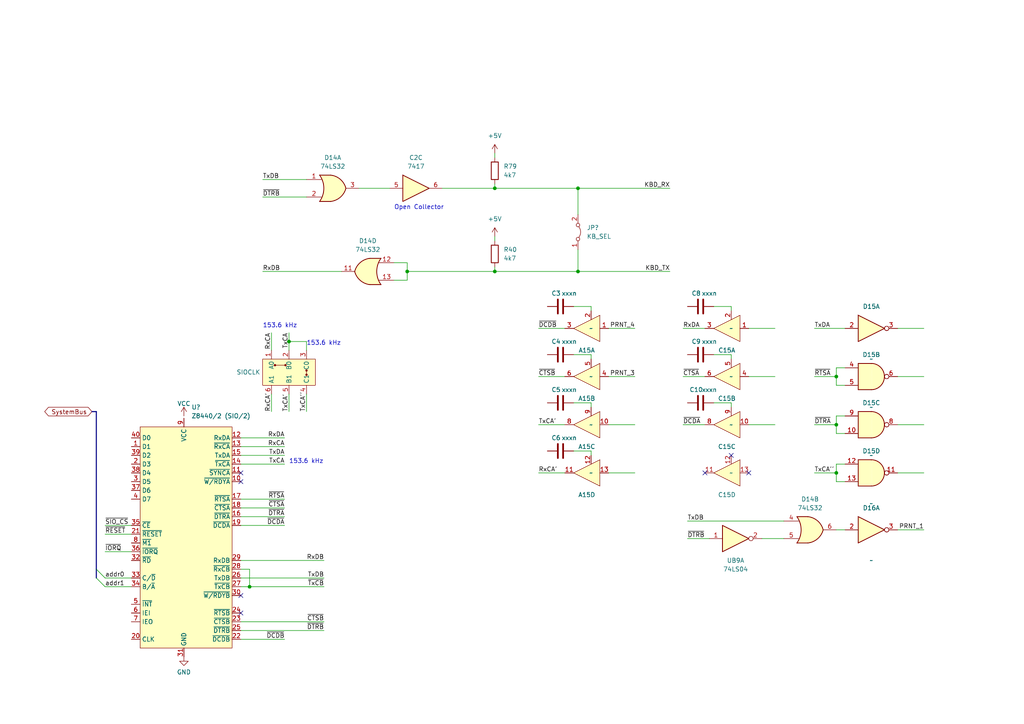
<source format=kicad_sch>
(kicad_sch (version 20230121) (generator eeschema)
  (paper "A4")
  (title_block (title "FPX-290") (rev "05") (company "Logic Systems Int'l Inc") (comment 1 "Serial IO module") (comment 2 "Keyboard, RS-232 compliant port, PRNT port"))
  (lib_symbols
    (symbol "74xx:74LS04"
      (property "Reference" "U" (at 0 1.27 0))
      (property "Value" "74LS04" (at 0 -1.27 0))
      (symbol "74LS04_1_0"
        (polyline (pts (xy -3.81 3.81) (xy -3.81 -3.81) (xy 3.81 0) (xy -3.81 3.81)) (stroke (width 0.254)) (fill (type background)))
        (pin input line (at -7.62 0 0) (length 3.81) (name "~") (number "1"))
        (pin output inverted (at 7.62 0 180) (length 3.81) (name "~") (number "2"))
      )
      (symbol "74LS04_2_0"
        (polyline (pts (xy -3.81 3.81) (xy -3.81 -3.81) (xy 3.81 0) (xy -3.81 3.81)) (stroke (width 0.254)) (fill (type background)))
        (pin input line (at -7.62 0 0) (length 3.81) (name "~") (number "3"))
        (pin output inverted (at 7.62 0 180) (length 3.81) (name "~") (number "4"))
      )
      (symbol "74LS04_3_0"
        (polyline (pts (xy -3.81 3.81) (xy -3.81 -3.81) (xy 3.81 0) (xy -3.81 3.81)) (stroke (width 0.254)) (fill (type background)))
        (pin input line (at -7.62 0 0) (length 3.81) (name "~") (number "5"))
        (pin output inverted (at 7.62 0 180) (length 3.81) (name "~") (number "6"))
      )
      (symbol "74LS04_4_0"
        (polyline (pts (xy -3.81 3.81) (xy -3.81 -3.81) (xy 3.81 0) (xy -3.81 3.81)) (stroke (width 0.254)) (fill (type background)))
        (pin output inverted (at 7.62 0 180) (length 3.81) (name "~") (number "8"))
        (pin input line (at -7.62 0 0) (length 3.81) (name "~") (number "9"))
      )
      (symbol "74LS04_5_0"
        (polyline (pts (xy -3.81 3.81) (xy -3.81 -3.81) (xy 3.81 0) (xy -3.81 3.81)) (stroke (width 0.254)) (fill (type background)))
        (pin output inverted (at 7.62 0 180) (length 3.81) (name "~") (number "10"))
        (pin input line (at -7.62 0 0) (length 3.81) (name "~") (number "11"))
      )
      (symbol "74LS04_6_0"
        (polyline (pts (xy -3.81 3.81) (xy -3.81 -3.81) (xy 3.81 0) (xy -3.81 3.81)) (stroke (width 0.254)) (fill (type background)))
        (pin output inverted (at 7.62 0 180) (length 3.81) (name "~") (number "12"))
        (pin input line (at -7.62 0 0) (length 3.81) (name "~") (number "13"))
      )
      (symbol "74LS04_7_0"
        (pin power_in line (at 0 12.7 270) (length 5.08) (name "VCC") (number "14"))
        (pin power_in line (at 0 -12.7 90) (length 5.08) (name "GND") (number "7"))
      )
      (symbol "74LS04_7_1"
        (rectangle (start -5.08 7.62) (end 5.08 -7.62) (stroke (width 0.254)) (fill (type background)))
      )
    )
    (symbol "74xx:74LS07" (pin_names (offset 1.016))
      (property "Reference" "U" (at 0 1.27 0))
      (property "Value" "74LS07" (at 0 -1.27 0))
      (symbol "74LS07_1_0"
        (polyline (pts (xy -3.81 3.81) (xy -3.81 -3.81) (xy 3.81 0) (xy -3.81 3.81)) (stroke (width 0.254)) (fill (type background)))
        (pin input line (at -7.62 0 0) (length 3.81) (name "~") (number "1"))
        (pin open_collector line (at 7.62 0 180) (length 3.81) (name "~") (number "2"))
      )
      (symbol "74LS07_2_0"
        (polyline (pts (xy -3.81 3.81) (xy -3.81 -3.81) (xy 3.81 0) (xy -3.81 3.81)) (stroke (width 0.254)) (fill (type background)))
        (pin input line (at -7.62 0 0) (length 3.81) (name "~") (number "3"))
        (pin open_collector line (at 7.62 0 180) (length 3.81) (name "~") (number "4"))
      )
      (symbol "74LS07_3_0"
        (polyline (pts (xy -3.81 3.81) (xy -3.81 -3.81) (xy 3.81 0) (xy -3.81 3.81)) (stroke (width 0.254)) (fill (type background)))
        (pin input line (at -7.62 0 0) (length 3.81) (name "~") (number "5"))
        (pin open_collector line (at 7.62 0 180) (length 3.81) (name "~") (number "6"))
      )
      (symbol "74LS07_4_0"
        (polyline (pts (xy -3.81 3.81) (xy -3.81 -3.81) (xy 3.81 0) (xy -3.81 3.81)) (stroke (width 0.254)) (fill (type background)))
        (pin open_collector line (at 7.62 0 180) (length 3.81) (name "~") (number "8"))
        (pin input line (at -7.62 0 0) (length 3.81) (name "~") (number "9"))
      )
      (symbol "74LS07_5_0"
        (polyline (pts (xy -3.81 3.81) (xy -3.81 -3.81) (xy 3.81 0) (xy -3.81 3.81)) (stroke (width 0.254)) (fill (type background)))
        (pin open_collector line (at 7.62 0 180) (length 3.81) (name "~") (number "10"))
        (pin input line (at -7.62 0 0) (length 3.81) (name "~") (number "11"))
      )
      (symbol "74LS07_6_0"
        (polyline (pts (xy -3.81 3.81) (xy -3.81 -3.81) (xy 3.81 0) (xy -3.81 3.81)) (stroke (width 0.254)) (fill (type background)))
        (pin open_collector line (at 7.62 0 180) (length 3.81) (name "~") (number "12"))
        (pin input line (at -7.62 0 0) (length 3.81) (name "~") (number "13"))
      )
      (symbol "74LS07_7_0"
        (pin power_in line (at 0 12.7 270) (length 5.08) (name "VCC") (number "14"))
        (pin power_in line (at 0 -12.7 90) (length 5.08) (name "GND") (number "7"))
      )
      (symbol "74LS07_7_1"
        (rectangle (start -5.08 7.62) (end 5.08 -7.62) (stroke (width 0.254)) (fill (type background)))
      )
    )
    (symbol "74xx:74LS32" (pin_names (offset 1.016))
      (property "Reference" "U" (at 0 1.27 0))
      (property "Value" "74LS32" (at 0 -1.27 0))
      (symbol "74LS32_1_1"
        (arc (start -3.81 -3.81) (mid -2.589 0) (end -3.81 3.81) (stroke (width 0.254)))
        (arc (start -0.6096 -3.81) (mid 2.1842 -2.5851) (end 3.81 0) (stroke (width 0.254)) (fill (type background)))
        (polyline (pts (xy -3.81 -3.81) (xy -0.635 -3.81)) (stroke (width 0.254)) (fill (type background)))
        (polyline (pts (xy -3.81 3.81) (xy -0.635 3.81)) (stroke (width 0.254)) (fill (type background)))
        (polyline (pts (xy -0.635 3.81) (xy -3.81 3.81) (xy -3.81 3.81) (xy -3.556 3.4036) (xy -3.0226 2.2606) (xy -2.6924 1.0414) (xy -2.6162 -0.254) (xy -2.7686 -1.4986) (xy -3.175 -2.7178) (xy -3.81 -3.81) (xy -3.81 -3.81) (xy -0.635 -3.81)) (stroke (width -25.4)) (fill (type background)))
        (arc (start 3.81 0) (mid 2.1915 2.5936) (end -0.6096 3.81) (stroke (width 0.254)) (fill (type background)))
        (pin input line (at -7.62 2.54 0) (length 4.318) (name "~") (number "1"))
        (pin input line (at -7.62 -2.54 0) (length 4.318) (name "~") (number "2"))
        (pin output line (at 7.62 0 180) (length 3.81) (name "~") (number "3"))
      )
      (symbol "74LS32_1_2"
        (arc (start 0 -3.81) (mid 3.7934 0) (end 0 3.81) (stroke (width 0.254)) (fill (type background)))
        (polyline (pts (xy 0 3.81) (xy -3.81 3.81) (xy -3.81 -3.81) (xy 0 -3.81)) (stroke (width 0.254)) (fill (type background)))
        (pin input inverted (at -7.62 2.54 0) (length 3.81) (name "~") (number "1"))
        (pin input inverted (at -7.62 -2.54 0) (length 3.81) (name "~") (number "2"))
        (pin output inverted (at 7.62 0 180) (length 3.81) (name "~") (number "3"))
      )
      (symbol "74LS32_2_1"
        (arc (start -3.81 -3.81) (mid -2.589 0) (end -3.81 3.81) (stroke (width 0.254)))
        (arc (start -0.6096 -3.81) (mid 2.1842 -2.5851) (end 3.81 0) (stroke (width 0.254)) (fill (type background)))
        (polyline (pts (xy -3.81 -3.81) (xy -0.635 -3.81)) (stroke (width 0.254)) (fill (type background)))
        (polyline (pts (xy -3.81 3.81) (xy -0.635 3.81)) (stroke (width 0.254)) (fill (type background)))
        (polyline (pts (xy -0.635 3.81) (xy -3.81 3.81) (xy -3.81 3.81) (xy -3.556 3.4036) (xy -3.0226 2.2606) (xy -2.6924 1.0414) (xy -2.6162 -0.254) (xy -2.7686 -1.4986) (xy -3.175 -2.7178) (xy -3.81 -3.81) (xy -3.81 -3.81) (xy -0.635 -3.81)) (stroke (width -25.4)) (fill (type background)))
        (arc (start 3.81 0) (mid 2.1915 2.5936) (end -0.6096 3.81) (stroke (width 0.254)) (fill (type background)))
        (pin input line (at -7.62 2.54 0) (length 4.318) (name "~") (number "4"))
        (pin input line (at -7.62 -2.54 0) (length 4.318) (name "~") (number "5"))
        (pin output line (at 7.62 0 180) (length 3.81) (name "~") (number "6"))
      )
      (symbol "74LS32_2_2"
        (arc (start 0 -3.81) (mid 3.7934 0) (end 0 3.81) (stroke (width 0.254)) (fill (type background)))
        (polyline (pts (xy 0 3.81) (xy -3.81 3.81) (xy -3.81 -3.81) (xy 0 -3.81)) (stroke (width 0.254)) (fill (type background)))
        (pin input inverted (at -7.62 2.54 0) (length 3.81) (name "~") (number "4"))
        (pin input inverted (at -7.62 -2.54 0) (length 3.81) (name "~") (number "5"))
        (pin output inverted (at 7.62 0 180) (length 3.81) (name "~") (number "6"))
      )
      (symbol "74LS32_3_1"
        (arc (start -3.81 -3.81) (mid -2.589 0) (end -3.81 3.81) (stroke (width 0.254)))
        (arc (start -0.6096 -3.81) (mid 2.1842 -2.5851) (end 3.81 0) (stroke (width 0.254)) (fill (type background)))
        (polyline (pts (xy -3.81 -3.81) (xy -0.635 -3.81)) (stroke (width 0.254)) (fill (type background)))
        (polyline (pts (xy -3.81 3.81) (xy -0.635 3.81)) (stroke (width 0.254)) (fill (type background)))
        (polyline (pts (xy -0.635 3.81) (xy -3.81 3.81) (xy -3.81 3.81) (xy -3.556 3.4036) (xy -3.0226 2.2606) (xy -2.6924 1.0414) (xy -2.6162 -0.254) (xy -2.7686 -1.4986) (xy -3.175 -2.7178) (xy -3.81 -3.81) (xy -3.81 -3.81) (xy -0.635 -3.81)) (stroke (width -25.4)) (fill (type background)))
        (arc (start 3.81 0) (mid 2.1915 2.5936) (end -0.6096 3.81) (stroke (width 0.254)) (fill (type background)))
        (pin input line (at -7.62 -2.54 0) (length 4.318) (name "~") (number "10"))
        (pin output line (at 7.62 0 180) (length 3.81) (name "~") (number "8"))
        (pin input line (at -7.62 2.54 0) (length 4.318) (name "~") (number "9"))
      )
      (symbol "74LS32_3_2"
        (arc (start 0 -3.81) (mid 3.7934 0) (end 0 3.81) (stroke (width 0.254)) (fill (type background)))
        (polyline (pts (xy 0 3.81) (xy -3.81 3.81) (xy -3.81 -3.81) (xy 0 -3.81)) (stroke (width 0.254)) (fill (type background)))
        (pin input inverted (at -7.62 -2.54 0) (length 3.81) (name "~") (number "10"))
        (pin output inverted (at 7.62 0 180) (length 3.81) (name "~") (number "8"))
        (pin input inverted (at -7.62 2.54 0) (length 3.81) (name "~") (number "9"))
      )
      (symbol "74LS32_4_1"
        (arc (start -3.81 -3.81) (mid -2.589 0) (end -3.81 3.81) (stroke (width 0.254)))
        (arc (start -0.6096 -3.81) (mid 2.1842 -2.5851) (end 3.81 0) (stroke (width 0.254)) (fill (type background)))
        (polyline (pts (xy -3.81 -3.81) (xy -0.635 -3.81)) (stroke (width 0.254)) (fill (type background)))
        (polyline (pts (xy -3.81 3.81) (xy -0.635 3.81)) (stroke (width 0.254)) (fill (type background)))
        (polyline (pts (xy -0.635 3.81) (xy -3.81 3.81) (xy -3.81 3.81) (xy -3.556 3.4036) (xy -3.0226 2.2606) (xy -2.6924 1.0414) (xy -2.6162 -0.254) (xy -2.7686 -1.4986) (xy -3.175 -2.7178) (xy -3.81 -3.81) (xy -3.81 -3.81) (xy -0.635 -3.81)) (stroke (width -25.4)) (fill (type background)))
        (arc (start 3.81 0) (mid 2.1915 2.5936) (end -0.6096 3.81) (stroke (width 0.254)) (fill (type background)))
        (pin output line (at 7.62 0 180) (length 3.81) (name "~") (number "11"))
        (pin input line (at -7.62 2.54 0) (length 4.318) (name "~") (number "12"))
        (pin input line (at -7.62 -2.54 0) (length 4.318) (name "~") (number "13"))
      )
      (symbol "74LS32_4_2"
        (arc (start 0 -3.81) (mid 3.7934 0) (end 0 3.81) (stroke (width 0.254)) (fill (type background)))
        (polyline (pts (xy 0 3.81) (xy -3.81 3.81) (xy -3.81 -3.81) (xy 0 -3.81)) (stroke (width 0.254)) (fill (type background)))
        (pin output inverted (at 7.62 0 180) (length 3.81) (name "~") (number "11"))
        (pin input inverted (at -7.62 2.54 0) (length 3.81) (name "~") (number "12"))
        (pin input inverted (at -7.62 -2.54 0) (length 3.81) (name "~") (number "13"))
      )
      (symbol "74LS32_5_0"
        (pin power_in line (at 0 12.7 270) (length 5.08) (name "VCC") (number "14"))
        (pin power_in line (at 0 -12.7 90) (length 5.08) (name "GND") (number "7"))
      )
      (symbol "74LS32_5_1"
        (rectangle (start -5.08 7.62) (end 5.08 -7.62) (stroke (width 0.254)) (fill (type background)))
      )
    )
    (symbol "Device:C" (pin_numbers hide) (pin_names (offset 0.254))
      (property "Reference" "C" (at 0.635 2.54 0))
      (property "Value" "C" (at 0.635 -2.54 0))
      (symbol "C_0_1"
        (polyline (pts (xy -2.032 -0.762) (xy 2.032 -0.762)) (stroke (width 0.508)))
        (polyline (pts (xy -2.032 0.762) (xy 2.032 0.762)) (stroke (width 0.508)))
      )
      (symbol "C_1_1"
        (pin passive line (at 0 3.81 270) (length 2.794) (name "~") (number "1"))
        (pin passive line (at 0 -3.81 90) (length 2.794) (name "~") (number "2"))
      )
    )
    (symbol "Device:R" (pin_numbers hide) (pin_names (offset 0))
      (property "Reference" "R" (at 2.032 0 90))
      (property "Value" "R" (at 0 0 90))
      (symbol "R_0_1"
        (rectangle (start -1.016 -2.54) (end 1.016 2.54) (stroke (width 0.254)))
      )
      (symbol "R_1_1"
        (pin passive line (at 0 3.81 270) (length 1.27) (name "~") (number "1"))
        (pin passive line (at 0 -3.81 90) (length 1.27) (name "~") (number "2"))
      )
    )
    (symbol "Jumper:Jumper_2_Bridged" (pin_names (offset 0) hide)
      (property "Reference" "JP" (at 0 1.905 0))
      (property "Value" "Jumper_2_Bridged" (at 0 -2.54 0))
      (symbol "Jumper_2_Bridged_0_0"
        (circle (center -2.032 0) (radius 0.508))
        (circle (center 2.032 0) (radius 0.508))
      )
      (symbol "Jumper_2_Bridged_0_1"
        (arc (start 1.524 0.254) (mid 0 0.762) (end -1.524 0.254))
      )
      (symbol "Jumper_2_Bridged_1_1"
        (pin passive line (at -5.08 0 0) (length 2.54) (name "A") (number "1"))
        (pin passive line (at 5.08 0 180) (length 2.54) (name "B") (number "2"))
      )
    )
    (symbol "ceda:SIOCLK"
      (property "Reference" "J" (at 8.89 0 0))
      (property "Value" "SIOCLK" (at -11.43 0 0))
      (symbol "SIOCLK_0_1"
        (rectangle (start -7.62 3.81) (end 7.62 -3.81) (stroke (width 0.1524)) (fill (type background)))
      )
      (symbol "SIOCLK_1_1"
        (circle (center -4.064 2.032) (radius 0.254) (fill (type outline)))
        (circle (center -1.016 2.032) (radius 0.254) (fill (type outline)))
        (polyline (pts (xy -4.064 2.032) (xy -1.016 2.032)))
        (polyline (pts (xy 5.08 0.635) (xy 5.08 -0.762)))
        (circle (center 5.08 -0.762) (radius 0.254) (fill (type outline)))
        (circle (center 5.08 0.508) (radius 0.254) (fill (type outline)))
        (pin passive line (at -5.08 6.35 270) (length 2.54) (name "A0") (number "1"))
        (pin passive line (at 0 6.35 270) (length 2.54) (name "B0") (number "2"))
        (pin passive line (at 5.08 6.35 270) (length 2.54) (name "C0") (number "3"))
        (pin passive line (at 5.08 -6.35 90) (length 2.54) (name "C1") (number "4"))
        (pin passive line (at 0 -6.35 90) (length 2.54) (name "B1") (number "5"))
        (pin passive line (at -5.08 -6.35 90) (length 2.54) (name "A1") (number "6"))
      )
    )
    (symbol "ceda:SN74189"
      (property "Reference" "U" (at 2.54 6.35 0))
      (symbol "SN74189_1_1"
        (polyline (pts (xy -2.54 3.81) (xy -2.54 -3.81) (xy 5.08 0) (xy -2.54 3.81)) (fill (type background)))
        (pin input line (at -5.08 0 0) (length 2.54) (name "") (number "1"))
        (pin input line (at 0 5.08 270) (length 2.54) (name "") (number "2"))
        (pin output line (at 7.62 0 180) (length 2.54) (name "") (number "3"))
      )
      (symbol "SN74189_2_1"
        (polyline (pts (xy -2.54 3.81) (xy -2.54 -3.81) (xy 5.08 0) (xy -2.54 3.81)) (fill (type background)))
        (pin input line (at -5.08 0 0) (length 2.54) (name "") (number "4"))
        (pin input line (at 0 5.08 270) (length 2.54) (name "") (number "5"))
        (pin output line (at 7.62 0 180) (length 2.54) (name "") (number "6"))
      )
      (symbol "SN74189_3_1"
        (polyline (pts (xy -2.54 3.81) (xy -2.54 -3.81) (xy 5.08 0) (xy -2.54 3.81)) (fill (type background)))
        (pin input line (at -5.08 0 0) (length 2.54) (name "") (number "10"))
        (pin output line (at 7.62 0 180) (length 2.54) (name "") (number "8"))
        (pin input line (at 0 5.08 270) (length 2.54) (name "") (number "9"))
      )
      (symbol "SN74189_4_1"
        (polyline (pts (xy -2.54 3.81) (xy -2.54 -3.81) (xy 5.08 0) (xy -2.54 3.81)) (fill (type background)))
        (pin output line (at 7.62 0 180) (length 2.54) (name "") (number "11"))
        (pin input line (at 0 5.08 270) (length 2.54) (name "") (number "12"))
        (pin input line (at -5.08 0 0) (length 2.54) (name "") (number "13"))
      )
      (symbol "SN74189_5_1"
        (polyline (pts (xy -2.54 5.08) (xy -2.54 -5.08) (xy 2.54 -5.08) (xy 2.54 5.08) (xy -2.54 5.08)) (fill (type background)))
        (pin power_in line (at 0 7.62 270) (length 2.54) (name "VCC") (number "14"))
        (pin power_in line (at 0 -7.62 90) (length 2.54) (name "GND") (number "7"))
      )
    )
    (symbol "ceda:SN75188"
      (property "Reference" "U" (at 5.08 6.35 0))
      (symbol "SN75188_1_0"
        (polyline (pts (xy -3.81 3.81) (xy -3.81 -3.81) (xy 3.81 0) (xy -3.81 3.81)) (stroke (width 0.254)) (fill (type background)))
        (pin input line (at -7.62 0 0) (length 3.81) (name "~") (number "2"))
        (pin output inverted (at 7.62 0 180) (length 3.81) (name "~") (number "3"))
      )
      (symbol "SN75188_2_1"
        (arc (start 0 -3.81) (mid 3.7934 0) (end 0 3.81) (stroke (width 0.254)) (fill (type background)))
        (polyline (pts (xy 0 3.81) (xy -3.81 3.81) (xy -3.81 -3.81) (xy 0 -3.81)) (stroke (width 0.254)) (fill (type background)))
        (pin input line (at -7.62 2.54 0) (length 3.81) (name "~") (number "4"))
        (pin input line (at -7.62 -2.54 0) (length 3.81) (name "~") (number "5"))
        (pin output inverted (at 7.62 0 180) (length 3.81) (name "~") (number "6"))
      )
      (symbol "SN75188_3_1"
        (arc (start 0 -3.81) (mid 3.7934 0) (end 0 3.81) (stroke (width 0.254)) (fill (type background)))
        (polyline (pts (xy 0 3.81) (xy -3.81 3.81) (xy -3.81 -3.81) (xy 0 -3.81)) (stroke (width 0.254)) (fill (type background)))
        (pin input line (at -7.62 -2.54 0) (length 3.81) (name "~") (number "10"))
        (pin output inverted (at 7.62 0 180) (length 3.81) (name "~") (number "8"))
        (pin input line (at -7.62 2.54 0) (length 3.81) (name "~") (number "9"))
      )
      (symbol "SN75188_4_1"
        (arc (start 0 -3.81) (mid 3.7934 0) (end 0 3.81) (stroke (width 0.254)) (fill (type background)))
        (polyline (pts (xy 0 3.81) (xy -3.81 3.81) (xy -3.81 -3.81) (xy 0 -3.81)) (stroke (width 0.254)) (fill (type background)))
        (pin output inverted (at 7.62 0 180) (length 3.81) (name "~") (number "11"))
        (pin input line (at -7.62 2.54 0) (length 3.81) (name "~") (number "12"))
        (pin input line (at -7.62 -2.54 0) (length 3.81) (name "~") (number "13"))
      )
      (symbol "SN75188_5_0"
        (polyline (pts (xy -3.81 7.62) (xy -3.81 -7.62) (xy 3.81 -7.62) (xy 3.81 7.62) (xy -3.81 7.62)) (stroke (width 0.254)) (fill (type background)))
        (pin power_in line (at 0 -11.43 90) (length 3.81) (name "VCC-") (number "1"))
        (pin power_in line (at 0 11.43 270) (length 3.81) (name "VCC+") (number "14"))
        (pin power_in line (at 7.62 0 180) (length 3.81) (name "GND") (number "7"))
      )
    )
    (symbol "ceda:Z8440{slash}2"
      (property "Reference" "U" (at 12.7 29.845 0))
      (property "Value" "Z8440{slash}2" (at 11.43 -37.465 0))
      (symbol "Z8440{slash}2_0_1"
        (rectangle (start -12.7 28.575) (end 13.97 -35.56) (fill (type background)))
      )
      (symbol "Z8440{slash}2_1_1"
        (pin bidirectional line (at -15.24 22.86 0) (length 2.54) (name "D1") (number "1"))
        (pin output line (at 16.51 12.7 180) (length 2.54) (name "~{W/RDYA}") (number "10"))
        (pin bidirectional line (at 16.51 15.24 180) (length 2.54) (name "~{SYNCA}") (number "11"))
        (pin input line (at 16.51 25.4 180) (length 2.54) (name "RxDA") (number "12"))
        (pin input line (at 16.51 22.86 180) (length 2.54) (name "~{RxCA}") (number "13"))
        (pin input line (at 16.51 17.78 180) (length 2.54) (name "~{TxCA}") (number "14"))
        (pin output line (at 16.51 20.32 180) (length 2.54) (name "TxDA") (number "15"))
        (pin output line (at 16.51 2.54 180) (length 2.54) (name "~{DTRA}") (number "16"))
        (pin output line (at 16.51 7.62 180) (length 2.54) (name "~{RTSA}") (number "17"))
        (pin input line (at 16.51 5.08 180) (length 2.54) (name "~{CTSA}") (number "18"))
        (pin input line (at 16.51 0 180) (length 2.54) (name "~{DCDA}") (number "19"))
        (pin bidirectional line (at -15.24 17.78 0) (length 2.54) (name "D3") (number "2"))
        (pin input line (at -15.24 -33.02 0) (length 2.54) (name "CLK") (number "20"))
        (pin input line (at -15.24 -2.54 0) (length 2.54) (name "~{RESET}") (number "21"))
        (pin input line (at 16.51 -33.02 180) (length 2.54) (name "~{DCDB}") (number "22"))
        (pin input line (at 16.51 -27.94 180) (length 2.54) (name "~{CTSB}") (number "23"))
        (pin output line (at 16.51 -25.4 180) (length 2.54) (name "~{RTSB}") (number "24"))
        (pin output line (at 16.51 -30.48 180) (length 2.54) (name "~{DTRB}") (number "25"))
        (pin output line (at 16.51 -15.24 180) (length 2.54) (name "TxDB") (number "26"))
        (pin bidirectional line (at 16.51 -17.78 180) (length 2.54) (name "~{TxCB}") (number "27"))
        (pin input line (at 16.51 -12.7 180) (length 2.54) (name "~{RxCB}") (number "28"))
        (pin input line (at 16.51 -10.16 180) (length 2.54) (name "RxDB") (number "29"))
        (pin bidirectional line (at -15.24 12.7 0) (length 2.54) (name "D5") (number "3"))
        (pin output line (at 16.51 -20.32 180) (length 2.54) (name "~{W/RDYB}") (number "30"))
        (pin power_in line (at 0 -38.1 90) (length 2.54) (name "GND") (number "31"))
        (pin input line (at -15.24 -10.16 0) (length 2.54) (name "~{RD}") (number "32"))
        (pin input line (at -15.24 -15.24 0) (length 2.54) (name "C/~{D}") (number "33"))
        (pin input line (at -15.24 -17.78 0) (length 2.54) (name "B/~{A}") (number "34"))
        (pin input line (at -15.24 0 0) (length 2.54) (name "~{CE}") (number "35"))
        (pin input line (at -15.24 -7.62 0) (length 2.54) (name "~{IORQ}") (number "36"))
        (pin bidirectional line (at -15.24 10.16 0) (length 2.54) (name "D6") (number "37"))
        (pin bidirectional line (at -15.24 15.24 0) (length 2.54) (name "D4") (number "38"))
        (pin bidirectional line (at -15.24 20.32 0) (length 2.54) (name "D2") (number "39"))
        (pin bidirectional line (at -15.24 7.62 0) (length 2.54) (name "D7") (number "4"))
        (pin bidirectional line (at -15.24 25.4 0) (length 2.54) (name "D0") (number "40"))
        (pin output line (at -15.24 -22.86 0) (length 2.54) (name "~{INT}") (number "5"))
        (pin input line (at -15.24 -25.4 0) (length 2.54) (name "IEI") (number "6"))
        (pin output line (at -15.24 -27.94 0) (length 2.54) (name "IEO") (number "7"))
        (pin input line (at -15.24 -5.08 0) (length 2.54) (name "~{M1}") (number "8"))
        (pin power_in line (at 0 31.115 270) (length 2.54) (name "VCC") (number "9"))
      )
    )
    (symbol "power:+5V" (power) (pin_names (offset 0))
      (property "Value" "+5V" (at 0 3.556 0))
      (symbol "+5V_0_1"
        (polyline (pts (xy -0.762 1.27) (xy 0 2.54)))
        (polyline (pts (xy 0 0) (xy 0 2.54)))
        (polyline (pts (xy 0 2.54) (xy 0.762 1.27)))
      )
      (symbol "+5V_1_1"
        (pin power_in line (at 0 0 90) (length 0) hide (name "+5V") (number "1"))
      )
    )
    (symbol "power:GND" (power) (pin_names (offset 0))
      (property "Value" "GND" (at 0 -3.81 0))
      (symbol "GND_0_1"
        (polyline (pts (xy 0 0) (xy 0 -1.27) (xy 1.27 -1.27) (xy 0 -2.54) (xy -1.27 -1.27) (xy 0 -1.27)))
      )
      (symbol "GND_1_1"
        (pin power_in line (at 0 0 270) (length 0) hide (name "GND") (number "1"))
      )
    )
    (symbol "power:VCC" (power) (pin_names (offset 0))
      (property "Value" "VCC" (at 0 3.81 0))
      (symbol "VCC_0_1"
        (polyline (pts (xy -0.762 1.27) (xy 0 2.54)))
        (polyline (pts (xy 0 0) (xy 0 2.54)))
        (polyline (pts (xy 0 2.54) (xy 0.762 1.27)))
      )
      (symbol "VCC_1_1"
        (pin power_in line (at 0 0 90) (length 0) hide (name "VCC") (number "1"))
      )
    )
  )
  (junction (at 118.11 78.74))
  (junction (at 143.51 78.74))
  (junction (at 242.57 109.22))
  (junction (at 72.39 170.18))
  (junction (at 242.57 123.19))
  (junction (at 167.64 78.74))
  (junction (at 83.82 99.06))
  (junction (at 143.51 54.61))
  (junction (at 167.64 54.61))
  (junction (at 242.57 137.16))
  (no_connect (at 69.85 172.72))
  (no_connect (at 69.85 139.7))
  (no_connect (at 69.85 137.16))
  (no_connect (at 217.17 137.16))
  (no_connect (at 204.47 137.16))
  (no_connect (at 212.09 132.08))
  (no_connect (at 69.85 177.8))
  (bus_entry (at 27.94 165.1) (size 2.54 2.54))
  (bus_entry (at 27.94 167.64) (size 2.54 2.54))
  (wire (pts (xy 204.47 95.25) (xy 198.12 95.25)))
  (wire (pts (xy 242.57 139.7) (xy 242.57 137.16)))
  (wire (pts (xy 69.85 134.62) (xy 82.55 134.62)))
  (wire (pts (xy 143.51 77.47) (xy 143.51 78.74)))
  (wire (pts (xy 143.51 54.61) (xy 167.64 54.61)))
  (wire (pts (xy 118.11 78.74) (xy 143.51 78.74)))
  (wire (pts (xy 212.09 118.11) (xy 212.09 116.84)))
  (wire (pts (xy 76.2 78.74) (xy 99.06 78.74)))
  (wire (pts (xy 176.53 137.16) (xy 184.15 137.16)))
  (wire (pts (xy 30.48 170.18) (xy 38.1 170.18)))
  (wire (pts (xy 30.48 167.64) (xy 38.1 167.64)))
  (wire (pts (xy 88.9 101.6) (xy 88.9 99.06)))
  (wire (pts (xy 212.09 104.14) (xy 212.09 102.87)))
  (wire (pts (xy 69.85 165.1) (xy 72.39 165.1)))
  (wire (pts (xy 199.39 151.13) (xy 227.33 151.13)))
  (wire (pts (xy 171.45 104.14) (xy 171.45 102.87)))
  (wire (pts (xy 69.85 129.54) (xy 82.55 129.54)))
  (wire (pts (xy 118.11 78.74) (xy 118.11 76.2)))
  (wire (pts (xy 242.57 111.76) (xy 242.57 109.22)))
  (wire (pts (xy 260.35 153.67) (xy 267.97 153.67)))
  (wire (pts (xy 236.22 123.19) (xy 242.57 123.19)))
  (wire (pts (xy 207.01 116.84) (xy 212.09 116.84)))
  (wire (pts (xy 114.3 81.28) (xy 118.11 81.28)))
  (wire (pts (xy 242.57 120.65) (xy 245.11 120.65)))
  (wire (pts (xy 156.21 109.22) (xy 163.83 109.22)))
  (wire (pts (xy 242.57 134.62) (xy 245.11 134.62)))
  (wire (pts (xy 176.53 95.25) (xy 184.15 95.25)))
  (wire (pts (xy 143.51 68.58) (xy 143.51 69.85)))
  (wire (pts (xy 76.2 52.07) (xy 88.9 52.07)))
  (wire (pts (xy 83.82 119.38) (xy 83.82 114.3)))
  (wire (pts (xy 245.11 139.7) (xy 242.57 139.7)))
  (wire (pts (xy 236.22 109.22) (xy 242.57 109.22)))
  (wire (pts (xy 242.57 106.68) (xy 245.11 106.68)))
  (wire (pts (xy 143.51 53.34) (xy 143.51 54.61)))
  (wire (pts (xy 166.37 88.9) (xy 171.45 88.9)))
  (wire (pts (xy 83.82 96.52) (xy 83.82 99.06)))
  (wire (pts (xy 88.9 99.06) (xy 83.82 99.06)))
  (wire (pts (xy 220.98 156.21) (xy 227.33 156.21)))
  (wire (pts (xy 171.45 118.11) (xy 171.45 116.84)))
  (wire (pts (xy 69.85 147.32) (xy 82.55 147.32)))
  (wire (pts (xy 217.17 109.22) (xy 224.79 109.22)))
  (wire (pts (xy 171.45 132.08) (xy 171.45 130.81)))
  (wire (pts (xy 143.51 44.45) (xy 143.51 45.72)))
  (bus (pts (xy 26.67 119.38) (xy 27.94 119.38)))
  (wire (pts (xy 156.21 137.16) (xy 163.83 137.16)))
  (wire (pts (xy 194.31 54.61) (xy 167.64 54.61)))
  (wire (pts (xy 69.85 162.56) (xy 93.98 162.56)))
  (bus (pts (xy 27.94 167.64) (xy 27.94 165.1)))
  (wire (pts (xy 242.57 123.19) (xy 242.57 120.65)))
  (wire (pts (xy 212.09 90.17) (xy 212.09 88.9)))
  (wire (pts (xy 245.11 153.67) (xy 242.57 153.67)))
  (wire (pts (xy 260.35 137.16) (xy 267.97 137.16)))
  (wire (pts (xy 260.35 109.22) (xy 267.97 109.22)))
  (wire (pts (xy 72.39 170.18) (xy 93.98 170.18)))
  (wire (pts (xy 104.14 54.61) (xy 113.03 54.61)))
  (wire (pts (xy 242.57 125.73) (xy 242.57 123.19)))
  (wire (pts (xy 176.53 123.19) (xy 184.15 123.19)))
  (wire (pts (xy 69.85 170.18) (xy 72.39 170.18)))
  (wire (pts (xy 167.64 62.23) (xy 167.64 54.61)))
  (wire (pts (xy 88.9 114.3) (xy 88.9 119.38)))
  (wire (pts (xy 260.35 95.25) (xy 267.97 95.25)))
  (wire (pts (xy 69.85 180.34) (xy 93.98 180.34)))
  (wire (pts (xy 199.39 156.21) (xy 205.74 156.21)))
  (wire (pts (xy 69.85 167.64) (xy 93.98 167.64)))
  (wire (pts (xy 207.01 88.9) (xy 212.09 88.9)))
  (wire (pts (xy 69.85 144.78) (xy 82.55 144.78)))
  (wire (pts (xy 176.53 109.22) (xy 184.15 109.22)))
  (wire (pts (xy 30.48 160.02) (xy 38.1 160.02)))
  (wire (pts (xy 167.64 78.74) (xy 194.31 78.74)))
  (wire (pts (xy 166.37 102.87) (xy 171.45 102.87)))
  (wire (pts (xy 76.2 57.15) (xy 88.9 57.15)))
  (wire (pts (xy 128.27 54.61) (xy 143.51 54.61)))
  (wire (pts (xy 260.35 123.19) (xy 267.97 123.19)))
  (wire (pts (xy 245.11 125.73) (xy 242.57 125.73)))
  (wire (pts (xy 217.17 95.25) (xy 224.79 95.25)))
  (wire (pts (xy 242.57 109.22) (xy 242.57 106.68)))
  (wire (pts (xy 166.37 116.84) (xy 171.45 116.84)))
  (wire (pts (xy 167.64 72.39) (xy 167.64 78.74)))
  (wire (pts (xy 69.85 152.4) (xy 82.55 152.4)))
  (bus (pts (xy 27.94 165.1) (xy 27.94 119.38)))
  (wire (pts (xy 30.48 154.94) (xy 38.1 154.94)))
  (wire (pts (xy 198.12 109.22) (xy 204.47 109.22)))
  (wire (pts (xy 69.85 182.88) (xy 93.98 182.88)))
  (wire (pts (xy 83.82 99.06) (xy 83.82 101.6)))
  (wire (pts (xy 78.74 119.38) (xy 78.74 114.3)))
  (wire (pts (xy 236.22 137.16) (xy 242.57 137.16)))
  (wire (pts (xy 78.74 96.52) (xy 78.74 101.6)))
  (wire (pts (xy 207.01 102.87) (xy 212.09 102.87)))
  (wire (pts (xy 118.11 81.28) (xy 118.11 78.74)))
  (wire (pts (xy 69.85 149.86) (xy 82.55 149.86)))
  (wire (pts (xy 118.11 76.2) (xy 114.3 76.2)))
  (wire (pts (xy 242.57 137.16) (xy 242.57 134.62)))
  (wire (pts (xy 72.39 165.1) (xy 72.39 170.18)))
  (wire (pts (xy 236.22 95.25) (xy 245.11 95.25)))
  (wire (pts (xy 217.17 123.19) (xy 224.79 123.19)))
  (wire (pts (xy 143.51 78.74) (xy 167.64 78.74)))
  (wire (pts (xy 198.12 123.19) (xy 204.47 123.19)))
  (wire (pts (xy 30.48 152.4) (xy 38.1 152.4)))
  (wire (pts (xy 171.45 90.17) (xy 171.45 88.9)))
  (wire (pts (xy 166.37 130.81) (xy 171.45 130.81)))
  (wire (pts (xy 245.11 111.76) (xy 242.57 111.76)))
  (wire (pts (xy 69.85 127) (xy 82.55 127)))
  (wire (pts (xy 156.21 123.19) (xy 163.83 123.19)))
  (wire (pts (xy 69.85 185.42) (xy 82.55 185.42)))
  (wire (pts (xy 69.85 132.08) (xy 82.55 132.08)))
  (wire (pts (xy 156.21 95.25) (xy 163.83 95.25)))
  (text "153.6 kHz" (at 88.9 100.33 0) (effects (font (size 1.27 1.27)) (justify left bottom)))
  (text "Open Collector" (at 114.3 60.96 0) (effects (font (size 1.27 1.27)) (justify left bottom)))
  (text "153.6 kHz" (at 83.82 134.62 0) (effects (font (size 1.27 1.27)) (justify left bottom)))
  (text "153.6 kHz" (at 76.2 95.25 0) (effects (font (size 1.27 1.27)) (justify left bottom)))
  (label "~{SIO_CS}" (at 30.48 152.4 0))
  (label "~{DTRB}" (at 76.2 57.15 0))
  (label "~{DTRB}" (at 93.98 182.88 180))
  (label "~{CTSA}" (at 198.12 109.22 0))
  (label "TxCA''" (at 236.22 137.16 0))
  (label "~{CTSB}" (at 93.98 180.34 180))
  (label "RxDB" (at 76.2 78.74 0))
  (label "KBD_RX" (at 194.31 54.61 180))
  (label "PRNT_4" (at 184.15 95.25 180))
  (label "RxCA'" (at 78.74 119.38 90))
  (label "TxCA" (at 83.82 96.52 270))
  (label "~{CTSB}" (at 156.21 109.22 0))
  (label "TxDB" (at 199.39 151.13 0))
  (label "~{DTRA}" (at 82.55 149.86 180))
  (label "~{DCDB}" (at 156.21 95.25 0))
  (label "RxCA'" (at 156.21 137.16 0))
  (label "RxDA" (at 82.55 127 180))
  (label "~{RTSA}" (at 82.55 144.78 180))
  (label "RxCA" (at 78.74 96.52 270))
  (label "TxDA" (at 82.55 132.08 180))
  (label "~{DCDB}" (at 82.55 185.42 180))
  (label "~{RTSA}" (at 236.22 109.22 0))
  (label "addr1" (at 30.48 170.18 0))
  (label "TxDB" (at 93.98 167.64 180))
  (label "TxDA" (at 236.22 95.25 0))
  (label "PRNT_3" (at 184.15 109.22 180))
  (label "~{DCDA}" (at 198.12 123.19 0))
  (label "~{CTSA}" (at 82.55 147.32 180))
  (label "~{DTRA}" (at 236.22 123.19 0))
  (label "TxCA" (at 82.55 134.62 180))
  (label "TxCA'" (at 156.21 123.19 0))
  (label "~{TxCB}" (at 93.98 170.18 180))
  (label "~{IORQ}" (at 30.48 160.02 0))
  (label "~{RESET}" (at 30.48 154.94 0))
  (label "RxCA" (at 82.55 129.54 180))
  (label "TxDB" (at 76.2 52.07 0))
  (label "KBD_TX" (at 194.31 78.74 180))
  (label "RxDA" (at 198.12 95.25 0))
  (label "TxCA''" (at 88.9 119.38 90))
  (label "RxDB" (at 93.98 162.56 180))
  (label "addr0" (at 30.48 167.64 0))
  (label "TxCA'" (at 83.82 119.38 90))
  (label "PRNT_1" (at 267.97 153.67 180))
  (label "~{DCDA}" (at 82.55 152.4 180))
  (label "~{DTRB}" (at 199.39 156.21 0))
  (global_label "SystemBus" (shape bidirectional) (at 26.67 119.38 180) (property "Intersheetrefs" "${INTERSHEET_REFS}" (effects hide)) (property "Riferimenti inter-foglio" "${INTERSHEET_REFS}" (effects hide)))
  (symbol (lib_id "74xx:74LS32") (at 106.68 78.74 0) (mirror y) (unit 4)
    (property "Reference" "D14" (at 106.68 69.85 0))
    (property "Value" "74LS32" (at 106.68 72.39 0))
    (property "Datasheet" "http://www.ti.com/lit/gpn/sn74LS32" (effects hide))
  )
  (symbol (lib_id "power:GND") (at 53.34 190.5 0) (unit 1)
    (property "Reference" "#PWR0143" (effects hide))
    (property "Value" "GND" (at 53.34 194.9434 0))
  )
  (symbol (lib_id "ceda:SN75188") (at 252.73 123.19 0) (unit 3)
    (property "Reference" "D15" (at 252.7217 116.84 0))
    (property "Value" "~" (at 252.73 132.08 0))
  )
  (symbol (lib_id "ceda:SIOCLK") (at 83.82 107.95 0) (unit 1)
    (property "Reference" "J?" (effects hide))
    (property "Value" "SIOCLK" (at 68.58 107.95 0) (effects (justify left)))
  )
  (symbol (lib_id "ceda:SN74189") (at 212.09 123.19 0) (mirror y) (unit 3)
    (property "Reference" "C15" (at 210.82 129.54 0))
    (property "Value" "~" (at 212.09 123.19 0))
  )
  (symbol (lib_id "ceda:SN74189") (at 171.45 137.16 0) (mirror y) (unit 4)
    (property "Reference" "A15" (at 170.18 143.51 0))
    (property "Value" "~" (at 171.45 137.16 0))
  )
  (symbol (lib_id "ceda:SN74189") (at 171.45 123.19 0) (mirror y) (unit 3)
    (property "Reference" "A15" (at 170.18 129.54 0))
    (property "Value" "~" (at 171.45 123.19 0))
  )
  (symbol (lib_id "power:+5V") (at 143.51 44.45 0) (unit 1)
    (property "Reference" "#PWR0142" (effects hide))
    (property "Value" "+5V" (at 143.51 39.37 0))
  )
  (symbol (lib_id "ceda:SN75188") (at 252.73 153.67 0) (unit 1)
    (property "Reference" "D16" (at 252.73 147.32 0))
    (property "Value" "~" (at 252.73 162.56 0))
  )
  (symbol (lib_id "power:VCC") (at 53.34 120.65 0) (unit 1)
    (property "Reference" "#PWR0144" (effects hide))
    (property "Value" "VCC" (at 53.34 117.0742 0))
  )
  (symbol (lib_id "ceda:Z8440{slash}2") (at 53.34 152.4 0) (unit 1)
    (property "Reference" "U?" (at 55.5341 118.11 0) (effects (justify left)))
    (property "Value" "Z8440/2 (SIO/2)" (at 55.5341 120.65 0) (effects (justify left)))
  )
  (symbol (lib_id "ceda:SN75188") (at 252.73 95.25 0) (unit 1)
    (property "Reference" "D15" (at 252.73 88.9 0))
    (property "Value" "~" (at 252.73 104.14 0))
  )
  (symbol (lib_id "ceda:SN75188") (at 252.73 109.22 0) (unit 2)
    (property "Reference" "D15" (at 252.7217 102.87 0))
    (property "Value" "~" (at 252.73 118.11 0))
  )
  (symbol (lib_id "Device:C") (at 162.56 88.9 90) (unit 1)
    (property "Reference" "C3" (at 161.29 85.09 90))
    (property "Value" "xxxn" (at 165.1 85.09 90))
  )
  (symbol (lib_id "ceda:SN75188") (at 252.73 137.16 0) (unit 4)
    (property "Reference" "D15" (at 252.7217 130.81 0))
    (property "Value" "~" (at 252.73 146.05 0))
  )
  (symbol (lib_id "ceda:SN74189") (at 212.09 109.22 0) (mirror y) (unit 2)
    (property "Reference" "C15" (at 210.82 115.57 0))
    (property "Value" "~" (at 212.09 109.22 0))
  )
  (symbol (lib_id "ceda:SN74189") (at 212.09 137.16 0) (mirror y) (unit 4)
    (property "Reference" "C15" (at 210.82 143.51 0))
    (property "Value" "~" (at 212.09 137.16 0))
  )
  (symbol (lib_id "Device:C") (at 203.2 116.84 90) (unit 1)
    (property "Reference" "C10" (at 201.93 113.03 90))
    (property "Value" "xxxn" (at 205.74 113.03 90))
  )
  (symbol (lib_id "power:+5V") (at 143.51 68.58 0) (unit 1)
    (property "Reference" "#PWR0141" (effects hide))
    (property "Value" "+5V" (at 143.51 63.5 0))
  )
  (symbol (lib_id "Jumper:Jumper_2_Bridged") (at 167.64 67.31 270) (mirror x) (unit 1)
    (property "Reference" "JP?" (at 170.18 66.0399 90) (effects (justify left)))
    (property "Value" "KB_SEL" (at 170.18 68.5799 90) (effects (justify left)))
  )
  (symbol (lib_id "74xx:74LS32") (at 234.95 153.67 0) (unit 2)
    (property "Reference" "D14" (at 234.95 144.78 0))
    (property "Value" "74LS32" (at 234.95 147.32 0))
    (property "Datasheet" "http://www.ti.com/lit/gpn/sn74LS32" (effects hide))
  )
  (symbol (lib_id "74xx:74LS04") (at 213.36 156.21 0) (unit 1)
    (property "Reference" "UB9" (at 213.36 162.56 0))
    (property "Value" "74LS04" (at 213.36 165.1 0))
    (property "Datasheet" "http://www.ti.com/lit/gpn/sn74LS04" (effects hide))
  )
  (symbol (lib_id "ceda:SN74189") (at 171.45 109.22 0) (mirror y) (unit 2)
    (property "Reference" "A15" (at 170.18 115.57 0))
    (property "Value" "~" (at 171.45 109.22 0))
  )
  (symbol (lib_id "ceda:SN74189") (at 171.45 95.25 0) (mirror y) (unit 1)
    (property "Reference" "A15" (at 170.18 101.6 0))
    (property "Value" "~" (at 171.45 95.25 0))
  )
  (symbol (lib_id "Device:C") (at 162.56 116.84 90) (unit 1)
    (property "Reference" "C5" (at 161.29 113.03 90))
    (property "Value" "xxxn" (at 165.1 113.03 90))
  )
  (symbol (lib_id "Device:R") (at 143.51 73.66 0) (unit 1)
    (property "Reference" "R40" (at 146.05 72.3899 0) (effects (justify left)))
    (property "Value" "4k7" (at 146.05 74.9299 0) (effects (justify left)))
  )
  (symbol (lib_id "Device:C") (at 162.56 130.81 90) (unit 1)
    (property "Reference" "C6" (at 161.29 127 90))
    (property "Value" "xxxn" (at 165.1 127 90))
  )
  (symbol (lib_id "74xx:74LS32") (at 96.52 54.61 0) (unit 1)
    (property "Reference" "D14" (at 96.52 45.72 0))
    (property "Value" "74LS32" (at 96.52 48.26 0))
    (property "Datasheet" "http://www.ti.com/lit/gpn/sn74LS32" (effects hide))
  )
  (symbol (lib_id "Device:R") (at 143.51 49.53 0) (unit 1)
    (property "Reference" "R79" (at 146.05 48.2599 0) (effects (justify left)))
    (property "Value" "4k7" (at 146.05 50.7999 0) (effects (justify left)))
  )
  (symbol (lib_id "Device:C") (at 203.2 88.9 90) (unit 1)
    (property "Reference" "C8" (at 201.93 85.09 90))
    (property "Value" "xxxn" (at 205.74 85.09 90))
  )
  (symbol (lib_id "74xx:74LS07") (at 120.65 54.61 0) (unit 3)
    (property "Reference" "C2" (at 120.65 45.72 0))
    (property "Value" "7417" (at 120.65 48.26 0))
    (property "Datasheet" "www.ti.com/lit/ds/symlink/sn74ls07.pdf" (effects hide))
  )
  (symbol (lib_id "Device:C") (at 203.2 102.87 90) (unit 1)
    (property "Reference" "C9" (at 201.93 99.06 90))
    (property "Value" "xxxn" (at 205.74 99.06 90))
  )
  (symbol (lib_id "Device:C") (at 162.56 102.87 90) (unit 1)
    (property "Reference" "C4" (at 161.29 99.06 90))
    (property "Value" "xxxn" (at 165.1 99.06 90))
  )
  (symbol (lib_id "ceda:SN74189") (at 212.09 95.25 0) (mirror y) (unit 1)
    (property "Reference" "C15" (at 210.82 101.6 0))
    (property "Value" "~" (at 212.09 95.25 0))
  )
)
</source>
